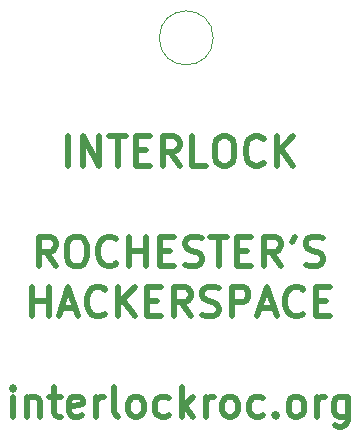
<source format=gbr>
G04 #@! TF.GenerationSoftware,KiCad,Pcbnew,(5.0.0)*
G04 #@! TF.CreationDate,2018-10-24T09:39:07-04:00*
G04 #@! TF.ProjectId,Interlock,496E7465726C6F636B2E6B696361645F,rev?*
G04 #@! TF.SameCoordinates,Original*
G04 #@! TF.FileFunction,Legend,Top*
G04 #@! TF.FilePolarity,Positive*
%FSLAX46Y46*%
G04 Gerber Fmt 4.6, Leading zero omitted, Abs format (unit mm)*
G04 Created by KiCad (PCBNEW (5.0.0)) date 10/24/18 09:39:07*
%MOMM*%
%LPD*%
G01*
G04 APERTURE LIST*
%ADD10C,0.500000*%
%ADD11C,0.120000*%
%ADD12C,0.150000*%
G04 APERTURE END LIST*
D10*
X131378714Y-51592952D02*
X131378714Y-49092952D01*
X132569190Y-51592952D02*
X132569190Y-49092952D01*
X133997761Y-51592952D01*
X133997761Y-49092952D01*
X134831095Y-49092952D02*
X136259666Y-49092952D01*
X135545380Y-51592952D02*
X135545380Y-49092952D01*
X137093000Y-50283428D02*
X137926333Y-50283428D01*
X138283476Y-51592952D02*
X137093000Y-51592952D01*
X137093000Y-49092952D01*
X138283476Y-49092952D01*
X140783476Y-51592952D02*
X139950142Y-50402476D01*
X139354904Y-51592952D02*
X139354904Y-49092952D01*
X140307285Y-49092952D01*
X140545380Y-49212000D01*
X140664428Y-49331047D01*
X140783476Y-49569142D01*
X140783476Y-49926285D01*
X140664428Y-50164380D01*
X140545380Y-50283428D01*
X140307285Y-50402476D01*
X139354904Y-50402476D01*
X143045380Y-51592952D02*
X141854904Y-51592952D01*
X141854904Y-49092952D01*
X144354904Y-49092952D02*
X144831095Y-49092952D01*
X145069190Y-49212000D01*
X145307285Y-49450095D01*
X145426333Y-49926285D01*
X145426333Y-50759619D01*
X145307285Y-51235809D01*
X145069190Y-51473904D01*
X144831095Y-51592952D01*
X144354904Y-51592952D01*
X144116809Y-51473904D01*
X143878714Y-51235809D01*
X143759666Y-50759619D01*
X143759666Y-49926285D01*
X143878714Y-49450095D01*
X144116809Y-49212000D01*
X144354904Y-49092952D01*
X147926333Y-51354857D02*
X147807285Y-51473904D01*
X147450142Y-51592952D01*
X147212047Y-51592952D01*
X146854904Y-51473904D01*
X146616809Y-51235809D01*
X146497761Y-50997714D01*
X146378714Y-50521523D01*
X146378714Y-50164380D01*
X146497761Y-49688190D01*
X146616809Y-49450095D01*
X146854904Y-49212000D01*
X147212047Y-49092952D01*
X147450142Y-49092952D01*
X147807285Y-49212000D01*
X147926333Y-49331047D01*
X148997761Y-51592952D02*
X148997761Y-49092952D01*
X150426333Y-51592952D02*
X149354904Y-50164380D01*
X150426333Y-49092952D02*
X148997761Y-50521523D01*
X130307285Y-60092952D02*
X129473952Y-58902476D01*
X128878714Y-60092952D02*
X128878714Y-57592952D01*
X129831095Y-57592952D01*
X130069190Y-57712000D01*
X130188238Y-57831047D01*
X130307285Y-58069142D01*
X130307285Y-58426285D01*
X130188238Y-58664380D01*
X130069190Y-58783428D01*
X129831095Y-58902476D01*
X128878714Y-58902476D01*
X131854904Y-57592952D02*
X132331095Y-57592952D01*
X132569190Y-57712000D01*
X132807285Y-57950095D01*
X132926333Y-58426285D01*
X132926333Y-59259619D01*
X132807285Y-59735809D01*
X132569190Y-59973904D01*
X132331095Y-60092952D01*
X131854904Y-60092952D01*
X131616809Y-59973904D01*
X131378714Y-59735809D01*
X131259666Y-59259619D01*
X131259666Y-58426285D01*
X131378714Y-57950095D01*
X131616809Y-57712000D01*
X131854904Y-57592952D01*
X135426333Y-59854857D02*
X135307285Y-59973904D01*
X134950142Y-60092952D01*
X134712047Y-60092952D01*
X134354904Y-59973904D01*
X134116809Y-59735809D01*
X133997761Y-59497714D01*
X133878714Y-59021523D01*
X133878714Y-58664380D01*
X133997761Y-58188190D01*
X134116809Y-57950095D01*
X134354904Y-57712000D01*
X134712047Y-57592952D01*
X134950142Y-57592952D01*
X135307285Y-57712000D01*
X135426333Y-57831047D01*
X136497761Y-60092952D02*
X136497761Y-57592952D01*
X136497761Y-58783428D02*
X137926333Y-58783428D01*
X137926333Y-60092952D02*
X137926333Y-57592952D01*
X139116809Y-58783428D02*
X139950142Y-58783428D01*
X140307285Y-60092952D02*
X139116809Y-60092952D01*
X139116809Y-57592952D01*
X140307285Y-57592952D01*
X141259666Y-59973904D02*
X141616809Y-60092952D01*
X142212047Y-60092952D01*
X142450142Y-59973904D01*
X142569190Y-59854857D01*
X142688238Y-59616761D01*
X142688238Y-59378666D01*
X142569190Y-59140571D01*
X142450142Y-59021523D01*
X142212047Y-58902476D01*
X141735857Y-58783428D01*
X141497761Y-58664380D01*
X141378714Y-58545333D01*
X141259666Y-58307238D01*
X141259666Y-58069142D01*
X141378714Y-57831047D01*
X141497761Y-57712000D01*
X141735857Y-57592952D01*
X142331095Y-57592952D01*
X142688238Y-57712000D01*
X143402523Y-57592952D02*
X144831095Y-57592952D01*
X144116809Y-60092952D02*
X144116809Y-57592952D01*
X145664428Y-58783428D02*
X146497761Y-58783428D01*
X146854904Y-60092952D02*
X145664428Y-60092952D01*
X145664428Y-57592952D01*
X146854904Y-57592952D01*
X149354904Y-60092952D02*
X148521571Y-58902476D01*
X147926333Y-60092952D02*
X147926333Y-57592952D01*
X148878714Y-57592952D01*
X149116809Y-57712000D01*
X149235857Y-57831047D01*
X149354904Y-58069142D01*
X149354904Y-58426285D01*
X149235857Y-58664380D01*
X149116809Y-58783428D01*
X148878714Y-58902476D01*
X147926333Y-58902476D01*
X150545380Y-57592952D02*
X150307285Y-58069142D01*
X151497761Y-59973904D02*
X151854904Y-60092952D01*
X152450142Y-60092952D01*
X152688238Y-59973904D01*
X152807285Y-59854857D01*
X152926333Y-59616761D01*
X152926333Y-59378666D01*
X152807285Y-59140571D01*
X152688238Y-59021523D01*
X152450142Y-58902476D01*
X151973952Y-58783428D01*
X151735857Y-58664380D01*
X151616809Y-58545333D01*
X151497761Y-58307238D01*
X151497761Y-58069142D01*
X151616809Y-57831047D01*
X151735857Y-57712000D01*
X151973952Y-57592952D01*
X152569190Y-57592952D01*
X152926333Y-57712000D01*
X128283476Y-64342952D02*
X128283476Y-61842952D01*
X128283476Y-63033428D02*
X129712047Y-63033428D01*
X129712047Y-64342952D02*
X129712047Y-61842952D01*
X130783476Y-63628666D02*
X131973952Y-63628666D01*
X130545380Y-64342952D02*
X131378714Y-61842952D01*
X132212047Y-64342952D01*
X134473952Y-64104857D02*
X134354904Y-64223904D01*
X133997761Y-64342952D01*
X133759666Y-64342952D01*
X133402523Y-64223904D01*
X133164428Y-63985809D01*
X133045380Y-63747714D01*
X132926333Y-63271523D01*
X132926333Y-62914380D01*
X133045380Y-62438190D01*
X133164428Y-62200095D01*
X133402523Y-61962000D01*
X133759666Y-61842952D01*
X133997761Y-61842952D01*
X134354904Y-61962000D01*
X134473952Y-62081047D01*
X135545380Y-64342952D02*
X135545380Y-61842952D01*
X136973952Y-64342952D02*
X135902523Y-62914380D01*
X136973952Y-61842952D02*
X135545380Y-63271523D01*
X138045380Y-63033428D02*
X138878714Y-63033428D01*
X139235857Y-64342952D02*
X138045380Y-64342952D01*
X138045380Y-61842952D01*
X139235857Y-61842952D01*
X141735857Y-64342952D02*
X140902523Y-63152476D01*
X140307285Y-64342952D02*
X140307285Y-61842952D01*
X141259666Y-61842952D01*
X141497761Y-61962000D01*
X141616809Y-62081047D01*
X141735857Y-62319142D01*
X141735857Y-62676285D01*
X141616809Y-62914380D01*
X141497761Y-63033428D01*
X141259666Y-63152476D01*
X140307285Y-63152476D01*
X142688238Y-64223904D02*
X143045380Y-64342952D01*
X143640619Y-64342952D01*
X143878714Y-64223904D01*
X143997761Y-64104857D01*
X144116809Y-63866761D01*
X144116809Y-63628666D01*
X143997761Y-63390571D01*
X143878714Y-63271523D01*
X143640619Y-63152476D01*
X143164428Y-63033428D01*
X142926333Y-62914380D01*
X142807285Y-62795333D01*
X142688238Y-62557238D01*
X142688238Y-62319142D01*
X142807285Y-62081047D01*
X142926333Y-61962000D01*
X143164428Y-61842952D01*
X143759666Y-61842952D01*
X144116809Y-61962000D01*
X145188238Y-64342952D02*
X145188238Y-61842952D01*
X146140619Y-61842952D01*
X146378714Y-61962000D01*
X146497761Y-62081047D01*
X146616809Y-62319142D01*
X146616809Y-62676285D01*
X146497761Y-62914380D01*
X146378714Y-63033428D01*
X146140619Y-63152476D01*
X145188238Y-63152476D01*
X147569190Y-63628666D02*
X148759666Y-63628666D01*
X147331095Y-64342952D02*
X148164428Y-61842952D01*
X148997761Y-64342952D01*
X151259666Y-64104857D02*
X151140619Y-64223904D01*
X150783476Y-64342952D01*
X150545380Y-64342952D01*
X150188238Y-64223904D01*
X149950142Y-63985809D01*
X149831095Y-63747714D01*
X149712047Y-63271523D01*
X149712047Y-62914380D01*
X149831095Y-62438190D01*
X149950142Y-62200095D01*
X150188238Y-61962000D01*
X150545380Y-61842952D01*
X150783476Y-61842952D01*
X151140619Y-61962000D01*
X151259666Y-62081047D01*
X152331095Y-63033428D02*
X153164428Y-63033428D01*
X153521571Y-64342952D02*
X152331095Y-64342952D01*
X152331095Y-61842952D01*
X153521571Y-61842952D01*
X126676333Y-72842952D02*
X126676333Y-71176285D01*
X126676333Y-70342952D02*
X126557285Y-70462000D01*
X126676333Y-70581047D01*
X126795380Y-70462000D01*
X126676333Y-70342952D01*
X126676333Y-70581047D01*
X127866809Y-71176285D02*
X127866809Y-72842952D01*
X127866809Y-71414380D02*
X127985857Y-71295333D01*
X128223952Y-71176285D01*
X128581095Y-71176285D01*
X128819190Y-71295333D01*
X128938238Y-71533428D01*
X128938238Y-72842952D01*
X129771571Y-71176285D02*
X130723952Y-71176285D01*
X130128714Y-70342952D02*
X130128714Y-72485809D01*
X130247761Y-72723904D01*
X130485857Y-72842952D01*
X130723952Y-72842952D01*
X132509666Y-72723904D02*
X132271571Y-72842952D01*
X131795380Y-72842952D01*
X131557285Y-72723904D01*
X131438238Y-72485809D01*
X131438238Y-71533428D01*
X131557285Y-71295333D01*
X131795380Y-71176285D01*
X132271571Y-71176285D01*
X132509666Y-71295333D01*
X132628714Y-71533428D01*
X132628714Y-71771523D01*
X131438238Y-72009619D01*
X133700142Y-72842952D02*
X133700142Y-71176285D01*
X133700142Y-71652476D02*
X133819190Y-71414380D01*
X133938238Y-71295333D01*
X134176333Y-71176285D01*
X134414428Y-71176285D01*
X135604904Y-72842952D02*
X135366809Y-72723904D01*
X135247761Y-72485809D01*
X135247761Y-70342952D01*
X136914428Y-72842952D02*
X136676333Y-72723904D01*
X136557285Y-72604857D01*
X136438238Y-72366761D01*
X136438238Y-71652476D01*
X136557285Y-71414380D01*
X136676333Y-71295333D01*
X136914428Y-71176285D01*
X137271571Y-71176285D01*
X137509666Y-71295333D01*
X137628714Y-71414380D01*
X137747761Y-71652476D01*
X137747761Y-72366761D01*
X137628714Y-72604857D01*
X137509666Y-72723904D01*
X137271571Y-72842952D01*
X136914428Y-72842952D01*
X139890619Y-72723904D02*
X139652523Y-72842952D01*
X139176333Y-72842952D01*
X138938238Y-72723904D01*
X138819190Y-72604857D01*
X138700142Y-72366761D01*
X138700142Y-71652476D01*
X138819190Y-71414380D01*
X138938238Y-71295333D01*
X139176333Y-71176285D01*
X139652523Y-71176285D01*
X139890619Y-71295333D01*
X140962047Y-72842952D02*
X140962047Y-70342952D01*
X141200142Y-71890571D02*
X141914428Y-72842952D01*
X141914428Y-71176285D02*
X140962047Y-72128666D01*
X142985857Y-72842952D02*
X142985857Y-71176285D01*
X142985857Y-71652476D02*
X143104904Y-71414380D01*
X143223952Y-71295333D01*
X143462047Y-71176285D01*
X143700142Y-71176285D01*
X144890619Y-72842952D02*
X144652523Y-72723904D01*
X144533476Y-72604857D01*
X144414428Y-72366761D01*
X144414428Y-71652476D01*
X144533476Y-71414380D01*
X144652523Y-71295333D01*
X144890619Y-71176285D01*
X145247761Y-71176285D01*
X145485857Y-71295333D01*
X145604904Y-71414380D01*
X145723952Y-71652476D01*
X145723952Y-72366761D01*
X145604904Y-72604857D01*
X145485857Y-72723904D01*
X145247761Y-72842952D01*
X144890619Y-72842952D01*
X147866809Y-72723904D02*
X147628714Y-72842952D01*
X147152523Y-72842952D01*
X146914428Y-72723904D01*
X146795380Y-72604857D01*
X146676333Y-72366761D01*
X146676333Y-71652476D01*
X146795380Y-71414380D01*
X146914428Y-71295333D01*
X147152523Y-71176285D01*
X147628714Y-71176285D01*
X147866809Y-71295333D01*
X148938238Y-72604857D02*
X149057285Y-72723904D01*
X148938238Y-72842952D01*
X148819190Y-72723904D01*
X148938238Y-72604857D01*
X148938238Y-72842952D01*
X150485857Y-72842952D02*
X150247761Y-72723904D01*
X150128714Y-72604857D01*
X150009666Y-72366761D01*
X150009666Y-71652476D01*
X150128714Y-71414380D01*
X150247761Y-71295333D01*
X150485857Y-71176285D01*
X150843000Y-71176285D01*
X151081095Y-71295333D01*
X151200142Y-71414380D01*
X151319190Y-71652476D01*
X151319190Y-72366761D01*
X151200142Y-72604857D01*
X151081095Y-72723904D01*
X150843000Y-72842952D01*
X150485857Y-72842952D01*
X152390619Y-72842952D02*
X152390619Y-71176285D01*
X152390619Y-71652476D02*
X152509666Y-71414380D01*
X152628714Y-71295333D01*
X152866809Y-71176285D01*
X153104904Y-71176285D01*
X155009666Y-71176285D02*
X155009666Y-73200095D01*
X154890619Y-73438190D01*
X154771571Y-73557238D01*
X154533476Y-73676285D01*
X154176333Y-73676285D01*
X153938238Y-73557238D01*
X155009666Y-72723904D02*
X154771571Y-72842952D01*
X154295380Y-72842952D01*
X154057285Y-72723904D01*
X153938238Y-72604857D01*
X153819190Y-72366761D01*
X153819190Y-71652476D01*
X153938238Y-71414380D01*
X154057285Y-71295333D01*
X154295380Y-71176285D01*
X154771571Y-71176285D01*
X155009666Y-71295333D01*
D11*
G04 #@! TO.C,*
X143637000Y-40767000D02*
G75*
G03X143637000Y-40767000I-2286000J0D01*
G01*
D12*
G04 #@! TD*
M02*

</source>
